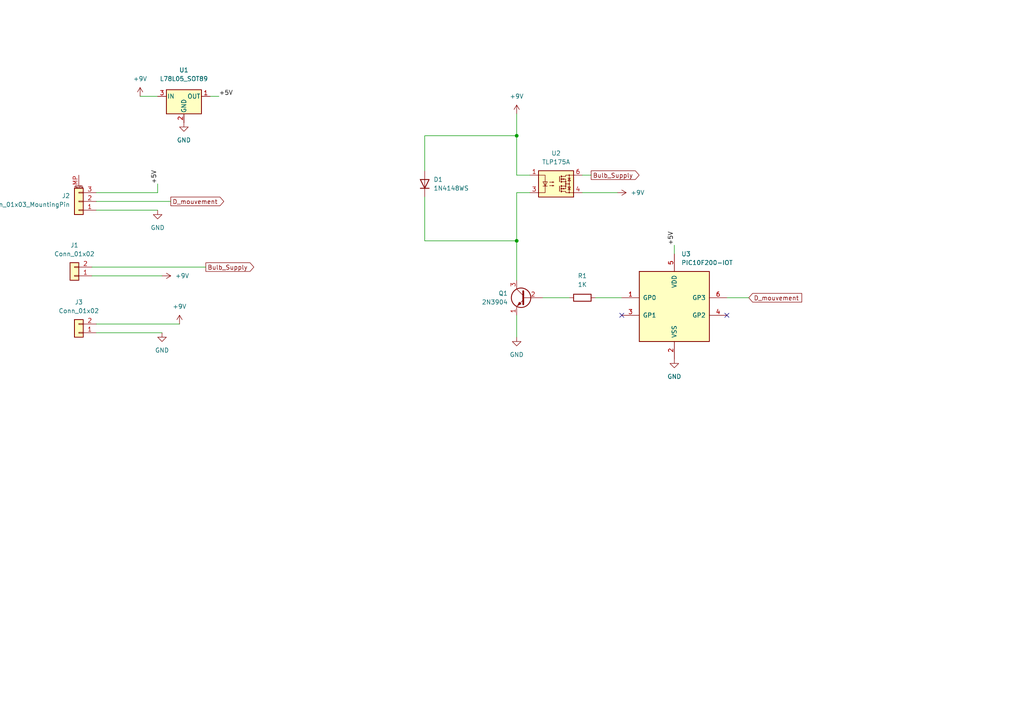
<source format=kicad_sch>
(kicad_sch (version 20211123) (generator eeschema)

  (uuid fba77f88-b933-42de-b809-ef0793101bbb)

  (paper "A4")

  (lib_symbols
    (symbol "Connector_Generic:Conn_01x02" (pin_names (offset 1.016) hide) (in_bom yes) (on_board yes)
      (property "Reference" "J" (id 0) (at 0 2.54 0)
        (effects (font (size 1.27 1.27)))
      )
      (property "Value" "Conn_01x02" (id 1) (at 0 -5.08 0)
        (effects (font (size 1.27 1.27)))
      )
      (property "Footprint" "" (id 2) (at 0 0 0)
        (effects (font (size 1.27 1.27)) hide)
      )
      (property "Datasheet" "~" (id 3) (at 0 0 0)
        (effects (font (size 1.27 1.27)) hide)
      )
      (property "ki_keywords" "connector" (id 4) (at 0 0 0)
        (effects (font (size 1.27 1.27)) hide)
      )
      (property "ki_description" "Generic connector, single row, 01x02, script generated (kicad-library-utils/schlib/autogen/connector/)" (id 5) (at 0 0 0)
        (effects (font (size 1.27 1.27)) hide)
      )
      (property "ki_fp_filters" "Connector*:*_1x??_*" (id 6) (at 0 0 0)
        (effects (font (size 1.27 1.27)) hide)
      )
      (symbol "Conn_01x02_1_1"
        (rectangle (start -1.27 -2.413) (end 0 -2.667)
          (stroke (width 0.1524) (type default) (color 0 0 0 0))
          (fill (type none))
        )
        (rectangle (start -1.27 0.127) (end 0 -0.127)
          (stroke (width 0.1524) (type default) (color 0 0 0 0))
          (fill (type none))
        )
        (rectangle (start -1.27 1.27) (end 1.27 -3.81)
          (stroke (width 0.254) (type default) (color 0 0 0 0))
          (fill (type background))
        )
        (pin passive line (at -5.08 0 0) (length 3.81)
          (name "Pin_1" (effects (font (size 1.27 1.27))))
          (number "1" (effects (font (size 1.27 1.27))))
        )
        (pin passive line (at -5.08 -2.54 0) (length 3.81)
          (name "Pin_2" (effects (font (size 1.27 1.27))))
          (number "2" (effects (font (size 1.27 1.27))))
        )
      )
    )
    (symbol "Connector_Generic_MountingPin:Conn_01x03_MountingPin" (pin_names (offset 1.016) hide) (in_bom yes) (on_board yes)
      (property "Reference" "J" (id 0) (at 0 5.08 0)
        (effects (font (size 1.27 1.27)))
      )
      (property "Value" "Conn_01x03_MountingPin" (id 1) (at 1.27 -5.08 0)
        (effects (font (size 1.27 1.27)) (justify left))
      )
      (property "Footprint" "" (id 2) (at 0 0 0)
        (effects (font (size 1.27 1.27)) hide)
      )
      (property "Datasheet" "~" (id 3) (at 0 0 0)
        (effects (font (size 1.27 1.27)) hide)
      )
      (property "ki_keywords" "connector" (id 4) (at 0 0 0)
        (effects (font (size 1.27 1.27)) hide)
      )
      (property "ki_description" "Generic connectable mounting pin connector, single row, 01x03, script generated (kicad-library-utils/schlib/autogen/connector/)" (id 5) (at 0 0 0)
        (effects (font (size 1.27 1.27)) hide)
      )
      (property "ki_fp_filters" "Connector*:*_1x??-1MP*" (id 6) (at 0 0 0)
        (effects (font (size 1.27 1.27)) hide)
      )
      (symbol "Conn_01x03_MountingPin_1_1"
        (rectangle (start -1.27 -2.413) (end 0 -2.667)
          (stroke (width 0.1524) (type default) (color 0 0 0 0))
          (fill (type none))
        )
        (rectangle (start -1.27 0.127) (end 0 -0.127)
          (stroke (width 0.1524) (type default) (color 0 0 0 0))
          (fill (type none))
        )
        (rectangle (start -1.27 2.667) (end 0 2.413)
          (stroke (width 0.1524) (type default) (color 0 0 0 0))
          (fill (type none))
        )
        (rectangle (start -1.27 3.81) (end 1.27 -3.81)
          (stroke (width 0.254) (type default) (color 0 0 0 0))
          (fill (type background))
        )
        (polyline
          (pts
            (xy -1.016 -4.572)
            (xy 1.016 -4.572)
          )
          (stroke (width 0.1524) (type default) (color 0 0 0 0))
          (fill (type none))
        )
        (text "Mounting" (at 0 -4.191 0)
          (effects (font (size 0.381 0.381)))
        )
        (pin passive line (at -5.08 2.54 0) (length 3.81)
          (name "Pin_1" (effects (font (size 1.27 1.27))))
          (number "1" (effects (font (size 1.27 1.27))))
        )
        (pin passive line (at -5.08 0 0) (length 3.81)
          (name "Pin_2" (effects (font (size 1.27 1.27))))
          (number "2" (effects (font (size 1.27 1.27))))
        )
        (pin passive line (at -5.08 -2.54 0) (length 3.81)
          (name "Pin_3" (effects (font (size 1.27 1.27))))
          (number "3" (effects (font (size 1.27 1.27))))
        )
        (pin passive line (at 0 -7.62 90) (length 3.048)
          (name "MountPin" (effects (font (size 1.27 1.27))))
          (number "MP" (effects (font (size 1.27 1.27))))
        )
      )
    )
    (symbol "Device:R" (pin_numbers hide) (pin_names (offset 0)) (in_bom yes) (on_board yes)
      (property "Reference" "R" (id 0) (at 2.032 0 90)
        (effects (font (size 1.27 1.27)))
      )
      (property "Value" "R" (id 1) (at 0 0 90)
        (effects (font (size 1.27 1.27)))
      )
      (property "Footprint" "" (id 2) (at -1.778 0 90)
        (effects (font (size 1.27 1.27)) hide)
      )
      (property "Datasheet" "~" (id 3) (at 0 0 0)
        (effects (font (size 1.27 1.27)) hide)
      )
      (property "ki_keywords" "R res resistor" (id 4) (at 0 0 0)
        (effects (font (size 1.27 1.27)) hide)
      )
      (property "ki_description" "Resistor" (id 5) (at 0 0 0)
        (effects (font (size 1.27 1.27)) hide)
      )
      (property "ki_fp_filters" "R_*" (id 6) (at 0 0 0)
        (effects (font (size 1.27 1.27)) hide)
      )
      (symbol "R_0_1"
        (rectangle (start -1.016 -2.54) (end 1.016 2.54)
          (stroke (width 0.254) (type default) (color 0 0 0 0))
          (fill (type none))
        )
      )
      (symbol "R_1_1"
        (pin passive line (at 0 3.81 270) (length 1.27)
          (name "~" (effects (font (size 1.27 1.27))))
          (number "1" (effects (font (size 1.27 1.27))))
        )
        (pin passive line (at 0 -3.81 90) (length 1.27)
          (name "~" (effects (font (size 1.27 1.27))))
          (number "2" (effects (font (size 1.27 1.27))))
        )
      )
    )
    (symbol "Diode:1N4148WS" (pin_numbers hide) (pin_names hide) (in_bom yes) (on_board yes)
      (property "Reference" "D" (id 0) (at 0 2.54 0)
        (effects (font (size 1.27 1.27)))
      )
      (property "Value" "1N4148WS" (id 1) (at 0 -2.54 0)
        (effects (font (size 1.27 1.27)))
      )
      (property "Footprint" "Diode_SMD:D_SOD-323" (id 2) (at 0 -4.445 0)
        (effects (font (size 1.27 1.27)) hide)
      )
      (property "Datasheet" "https://www.vishay.com/docs/85751/1n4148ws.pdf" (id 3) (at 0 0 0)
        (effects (font (size 1.27 1.27)) hide)
      )
      (property "ki_keywords" "diode" (id 4) (at 0 0 0)
        (effects (font (size 1.27 1.27)) hide)
      )
      (property "ki_description" "75V 0.15A Fast switching Diode, SOD-323" (id 5) (at 0 0 0)
        (effects (font (size 1.27 1.27)) hide)
      )
      (property "ki_fp_filters" "D*SOD?323*" (id 6) (at 0 0 0)
        (effects (font (size 1.27 1.27)) hide)
      )
      (symbol "1N4148WS_0_1"
        (polyline
          (pts
            (xy -1.27 1.27)
            (xy -1.27 -1.27)
          )
          (stroke (width 0.254) (type default) (color 0 0 0 0))
          (fill (type none))
        )
        (polyline
          (pts
            (xy 1.27 0)
            (xy -1.27 0)
          )
          (stroke (width 0) (type default) (color 0 0 0 0))
          (fill (type none))
        )
        (polyline
          (pts
            (xy 1.27 1.27)
            (xy 1.27 -1.27)
            (xy -1.27 0)
            (xy 1.27 1.27)
          )
          (stroke (width 0.254) (type default) (color 0 0 0 0))
          (fill (type none))
        )
      )
      (symbol "1N4148WS_1_1"
        (pin passive line (at -3.81 0 0) (length 2.54)
          (name "K" (effects (font (size 1.27 1.27))))
          (number "1" (effects (font (size 1.27 1.27))))
        )
        (pin passive line (at 3.81 0 180) (length 2.54)
          (name "A" (effects (font (size 1.27 1.27))))
          (number "2" (effects (font (size 1.27 1.27))))
        )
      )
    )
    (symbol "MCU_Microchip_PIC10:PIC10F200-IOT" (pin_names (offset 1.016)) (in_bom yes) (on_board yes)
      (property "Reference" "U" (id 0) (at 1.27 13.97 0)
        (effects (font (size 1.27 1.27)) (justify left))
      )
      (property "Value" "PIC10F200-IOT" (id 1) (at 1.27 11.43 0)
        (effects (font (size 1.27 1.27)) (justify left))
      )
      (property "Footprint" "Package_TO_SOT_SMD:SOT-23-6" (id 2) (at 1.27 16.51 0)
        (effects (font (size 1.27 1.27) italic) (justify left) hide)
      )
      (property "Datasheet" "http://ww1.microchip.com/downloads/en/DeviceDoc/41239D.pdf" (id 3) (at 0 0 0)
        (effects (font (size 1.27 1.27)) hide)
      )
      (property "ki_keywords" "FLASH 8-Bit CMOS Microcontroller" (id 4) (at 0 0 0)
        (effects (font (size 1.27 1.27)) hide)
      )
      (property "ki_description" "256W Flash, 16B SRAM, SOT-23-6" (id 5) (at 0 0 0)
        (effects (font (size 1.27 1.27)) hide)
      )
      (property "ki_fp_filters" "SOT*23*6*" (id 6) (at 0 0 0)
        (effects (font (size 1.27 1.27)) hide)
      )
      (symbol "PIC10F200-IOT_0_1"
        (rectangle (start -10.16 10.16) (end 10.16 -10.16)
          (stroke (width 0.254) (type default) (color 0 0 0 0))
          (fill (type background))
        )
      )
      (symbol "PIC10F200-IOT_1_1"
        (pin bidirectional line (at -15.24 2.54 0) (length 5.08)
          (name "GP0" (effects (font (size 1.27 1.27))))
          (number "1" (effects (font (size 1.27 1.27))))
        )
        (pin power_in line (at 0 -15.24 90) (length 5.08)
          (name "VSS" (effects (font (size 1.27 1.27))))
          (number "2" (effects (font (size 1.27 1.27))))
        )
        (pin bidirectional line (at -15.24 -2.54 0) (length 5.08)
          (name "GP1" (effects (font (size 1.27 1.27))))
          (number "3" (effects (font (size 1.27 1.27))))
        )
        (pin bidirectional line (at 15.24 -2.54 180) (length 5.08)
          (name "GP2" (effects (font (size 1.27 1.27))))
          (number "4" (effects (font (size 1.27 1.27))))
        )
        (pin power_in line (at 0 15.24 270) (length 5.08)
          (name "VDD" (effects (font (size 1.27 1.27))))
          (number "5" (effects (font (size 1.27 1.27))))
        )
        (pin input line (at 15.24 2.54 180) (length 5.08)
          (name "GP3" (effects (font (size 1.27 1.27))))
          (number "6" (effects (font (size 1.27 1.27))))
        )
      )
    )
    (symbol "Regulator_Linear:L78L05_SOT89" (pin_names (offset 0.254)) (in_bom yes) (on_board yes)
      (property "Reference" "U" (id 0) (at -3.81 3.175 0)
        (effects (font (size 1.27 1.27)))
      )
      (property "Value" "L78L05_SOT89" (id 1) (at -0.635 3.175 0)
        (effects (font (size 1.27 1.27)) (justify left))
      )
      (property "Footprint" "Package_TO_SOT_SMD:SOT-89-3" (id 2) (at 0 5.08 0)
        (effects (font (size 1.27 1.27) italic) hide)
      )
      (property "Datasheet" "http://www.st.com/content/ccc/resource/technical/document/datasheet/15/55/e5/aa/23/5b/43/fd/CD00000446.pdf/files/CD00000446.pdf/jcr:content/translations/en.CD00000446.pdf" (id 3) (at 0 -1.27 0)
        (effects (font (size 1.27 1.27)) hide)
      )
      (property "ki_keywords" "Voltage Regulator 100mA Positive" (id 4) (at 0 0 0)
        (effects (font (size 1.27 1.27)) hide)
      )
      (property "ki_description" "Positive 100mA 30V Linear Regulator, Fixed Output 5V, SOT-89" (id 5) (at 0 0 0)
        (effects (font (size 1.27 1.27)) hide)
      )
      (property "ki_fp_filters" "SOT?89*" (id 6) (at 0 0 0)
        (effects (font (size 1.27 1.27)) hide)
      )
      (symbol "L78L05_SOT89_0_1"
        (rectangle (start -5.08 1.905) (end 5.08 -5.08)
          (stroke (width 0.254) (type default) (color 0 0 0 0))
          (fill (type background))
        )
      )
      (symbol "L78L05_SOT89_1_1"
        (pin power_out line (at 7.62 0 180) (length 2.54)
          (name "OUT" (effects (font (size 1.27 1.27))))
          (number "1" (effects (font (size 1.27 1.27))))
        )
        (pin power_in line (at 0 -7.62 90) (length 2.54)
          (name "GND" (effects (font (size 1.27 1.27))))
          (number "2" (effects (font (size 1.27 1.27))))
        )
        (pin power_in line (at -7.62 0 0) (length 2.54)
          (name "IN" (effects (font (size 1.27 1.27))))
          (number "3" (effects (font (size 1.27 1.27))))
        )
      )
    )
    (symbol "Relay_SolidState:TLP175A" (in_bom yes) (on_board yes)
      (property "Reference" "U" (id 0) (at -5.08 4.953 0)
        (effects (font (size 1.27 1.27)) (justify left))
      )
      (property "Value" "TLP175A" (id 1) (at -5.08 -5.08 0)
        (effects (font (size 1.27 1.27)) (justify left))
      )
      (property "Footprint" "Package_SO:MFSOP6-4_4.4x3.6mm_P1.27mm" (id 2) (at 0 -7.62 0)
        (effects (font (size 1.27 1.27) italic) hide)
      )
      (property "Datasheet" "https://toshiba.semicon-storage.com/info/docget.jsp?did=13665&prodName=TLP175A" (id 3) (at 0 0 0)
        (effects (font (size 1.27 1.27)) (justify left) hide)
      )
      (property "ki_keywords" "MOSFET Output Photorelay 1-Form-A" (id 4) (at 0 0 0)
        (effects (font (size 1.27 1.27)) hide)
      )
      (property "ki_description" "MOSFET Photorelay 1-Form-A, Voff 60V, Ion 100mA, SOP6" (id 5) (at 0 0 0)
        (effects (font (size 1.27 1.27)) hide)
      )
      (property "ki_fp_filters" "MFSOP6*4.4x3.6mm*P1.27mm*" (id 6) (at 0 0 0)
        (effects (font (size 1.27 1.27)) hide)
      )
      (symbol "TLP175A_0_1"
        (rectangle (start -5.08 3.81) (end 5.08 -3.81)
          (stroke (width 0.254) (type default) (color 0 0 0 0))
          (fill (type background))
        )
        (polyline
          (pts
            (xy -3.81 -0.635)
            (xy -2.54 -0.635)
          )
          (stroke (width 0) (type default) (color 0 0 0 0))
          (fill (type none))
        )
        (polyline
          (pts
            (xy 1.016 -0.635)
            (xy 1.016 -2.159)
          )
          (stroke (width 0.2032) (type default) (color 0 0 0 0))
          (fill (type none))
        )
        (polyline
          (pts
            (xy 1.016 2.159)
            (xy 1.016 0.635)
          )
          (stroke (width 0.2032) (type default) (color 0 0 0 0))
          (fill (type none))
        )
        (polyline
          (pts
            (xy 1.524 -0.508)
            (xy 1.524 -0.762)
          )
          (stroke (width 0.3556) (type default) (color 0 0 0 0))
          (fill (type none))
        )
        (polyline
          (pts
            (xy 2.794 0)
            (xy 3.81 0)
          )
          (stroke (width 0) (type default) (color 0 0 0 0))
          (fill (type none))
        )
        (polyline
          (pts
            (xy 3.429 -1.651)
            (xy 4.191 -1.651)
          )
          (stroke (width 0) (type default) (color 0 0 0 0))
          (fill (type none))
        )
        (polyline
          (pts
            (xy 3.429 1.651)
            (xy 4.191 1.651)
          )
          (stroke (width 0) (type default) (color 0 0 0 0))
          (fill (type none))
        )
        (polyline
          (pts
            (xy 3.81 -2.54)
            (xy 3.81 2.54)
          )
          (stroke (width 0) (type default) (color 0 0 0 0))
          (fill (type none))
        )
        (polyline
          (pts
            (xy 1.524 -2.032)
            (xy 1.524 -2.286)
            (xy 1.524 -2.286)
          )
          (stroke (width 0.3556) (type default) (color 0 0 0 0))
          (fill (type none))
        )
        (polyline
          (pts
            (xy 1.524 -1.27)
            (xy 1.524 -1.524)
            (xy 1.524 -1.524)
          )
          (stroke (width 0.3556) (type default) (color 0 0 0 0))
          (fill (type none))
        )
        (polyline
          (pts
            (xy 1.524 0.762)
            (xy 1.524 0.508)
            (xy 1.524 0.508)
          )
          (stroke (width 0.3556) (type default) (color 0 0 0 0))
          (fill (type none))
        )
        (polyline
          (pts
            (xy 1.524 1.524)
            (xy 1.524 1.27)
            (xy 1.524 1.27)
          )
          (stroke (width 0.3556) (type default) (color 0 0 0 0))
          (fill (type none))
        )
        (polyline
          (pts
            (xy 1.524 2.286)
            (xy 1.524 2.032)
            (xy 1.524 2.032)
          )
          (stroke (width 0.3556) (type default) (color 0 0 0 0))
          (fill (type none))
        )
        (polyline
          (pts
            (xy 1.651 -1.397)
            (xy 2.794 -1.397)
            (xy 2.794 -0.635)
          )
          (stroke (width 0) (type default) (color 0 0 0 0))
          (fill (type none))
        )
        (polyline
          (pts
            (xy 1.651 1.397)
            (xy 2.794 1.397)
            (xy 2.794 0.635)
          )
          (stroke (width 0) (type default) (color 0 0 0 0))
          (fill (type none))
        )
        (polyline
          (pts
            (xy -5.08 2.54)
            (xy -3.175 2.54)
            (xy -3.175 -2.54)
            (xy -5.08 -2.54)
          )
          (stroke (width 0) (type default) (color 0 0 0 0))
          (fill (type none))
        )
        (polyline
          (pts
            (xy -3.175 -0.635)
            (xy -3.81 0.635)
            (xy -2.54 0.635)
            (xy -3.175 -0.635)
          )
          (stroke (width 0) (type default) (color 0 0 0 0))
          (fill (type none))
        )
        (polyline
          (pts
            (xy 1.651 -2.159)
            (xy 2.794 -2.159)
            (xy 2.794 -2.54)
            (xy 5.08 -2.54)
          )
          (stroke (width 0) (type default) (color 0 0 0 0))
          (fill (type none))
        )
        (polyline
          (pts
            (xy 1.651 -0.635)
            (xy 2.794 -0.635)
            (xy 2.794 0.635)
            (xy 1.651 0.635)
          )
          (stroke (width 0) (type default) (color 0 0 0 0))
          (fill (type none))
        )
        (polyline
          (pts
            (xy 1.651 2.159)
            (xy 2.794 2.159)
            (xy 2.794 2.54)
            (xy 5.08 2.54)
          )
          (stroke (width 0) (type default) (color 0 0 0 0))
          (fill (type none))
        )
        (polyline
          (pts
            (xy 1.778 -1.397)
            (xy 2.286 -1.27)
            (xy 2.286 -1.524)
            (xy 1.778 -1.397)
          )
          (stroke (width 0) (type default) (color 0 0 0 0))
          (fill (type none))
        )
        (polyline
          (pts
            (xy 1.778 1.397)
            (xy 2.286 1.524)
            (xy 2.286 1.27)
            (xy 1.778 1.397)
          )
          (stroke (width 0) (type default) (color 0 0 0 0))
          (fill (type none))
        )
        (polyline
          (pts
            (xy 3.81 -1.651)
            (xy 3.429 -0.889)
            (xy 4.191 -0.889)
            (xy 3.81 -1.651)
          )
          (stroke (width 0) (type default) (color 0 0 0 0))
          (fill (type none))
        )
        (polyline
          (pts
            (xy 3.81 1.651)
            (xy 3.429 0.889)
            (xy 4.191 0.889)
            (xy 3.81 1.651)
          )
          (stroke (width 0) (type default) (color 0 0 0 0))
          (fill (type none))
        )
        (polyline
          (pts
            (xy -1.905 -0.508)
            (xy -0.635 -0.508)
            (xy -1.016 -0.635)
            (xy -1.016 -0.381)
            (xy -0.635 -0.508)
          )
          (stroke (width 0) (type default) (color 0 0 0 0))
          (fill (type none))
        )
        (polyline
          (pts
            (xy -1.905 0.508)
            (xy -0.635 0.508)
            (xy -1.016 0.381)
            (xy -1.016 0.635)
            (xy -0.635 0.508)
          )
          (stroke (width 0) (type default) (color 0 0 0 0))
          (fill (type none))
        )
        (circle (center 2.794 -0.635) (radius 0.127)
          (stroke (width 0) (type default) (color 0 0 0 0))
          (fill (type none))
        )
        (circle (center 2.794 0) (radius 0.127)
          (stroke (width 0) (type default) (color 0 0 0 0))
          (fill (type none))
        )
        (circle (center 2.794 0.635) (radius 0.127)
          (stroke (width 0) (type default) (color 0 0 0 0))
          (fill (type none))
        )
        (circle (center 3.81 -2.54) (radius 0.127)
          (stroke (width 0) (type default) (color 0 0 0 0))
          (fill (type none))
        )
        (circle (center 3.81 0) (radius 0.127)
          (stroke (width 0) (type default) (color 0 0 0 0))
          (fill (type none))
        )
        (circle (center 3.81 2.54) (radius 0.127)
          (stroke (width 0) (type default) (color 0 0 0 0))
          (fill (type none))
        )
      )
      (symbol "TLP175A_1_1"
        (pin passive line (at -7.62 2.54 0) (length 2.54)
          (name "~" (effects (font (size 1.27 1.27))))
          (number "1" (effects (font (size 1.27 1.27))))
        )
        (pin passive line (at -7.62 -2.54 0) (length 2.54)
          (name "~" (effects (font (size 1.27 1.27))))
          (number "3" (effects (font (size 1.27 1.27))))
        )
        (pin passive line (at 7.62 -2.54 180) (length 2.54)
          (name "~" (effects (font (size 1.27 1.27))))
          (number "4" (effects (font (size 1.27 1.27))))
        )
        (pin passive line (at 7.62 2.54 180) (length 2.54)
          (name "~" (effects (font (size 1.27 1.27))))
          (number "6" (effects (font (size 1.27 1.27))))
        )
      )
    )
    (symbol "Transistor_BJT:2N3904" (pin_names (offset 0) hide) (in_bom yes) (on_board yes)
      (property "Reference" "Q" (id 0) (at 5.08 1.905 0)
        (effects (font (size 1.27 1.27)) (justify left))
      )
      (property "Value" "2N3904" (id 1) (at 5.08 0 0)
        (effects (font (size 1.27 1.27)) (justify left))
      )
      (property "Footprint" "Package_TO_SOT_THT:TO-92_Inline" (id 2) (at 5.08 -1.905 0)
        (effects (font (size 1.27 1.27) italic) (justify left) hide)
      )
      (property "Datasheet" "https://www.onsemi.com/pub/Collateral/2N3903-D.PDF" (id 3) (at 0 0 0)
        (effects (font (size 1.27 1.27)) (justify left) hide)
      )
      (property "ki_keywords" "NPN Transistor" (id 4) (at 0 0 0)
        (effects (font (size 1.27 1.27)) hide)
      )
      (property "ki_description" "0.2A Ic, 40V Vce, Small Signal NPN Transistor, TO-92" (id 5) (at 0 0 0)
        (effects (font (size 1.27 1.27)) hide)
      )
      (property "ki_fp_filters" "TO?92*" (id 6) (at 0 0 0)
        (effects (font (size 1.27 1.27)) hide)
      )
      (symbol "2N3904_0_1"
        (polyline
          (pts
            (xy 0.635 0.635)
            (xy 2.54 2.54)
          )
          (stroke (width 0) (type default) (color 0 0 0 0))
          (fill (type none))
        )
        (polyline
          (pts
            (xy 0.635 -0.635)
            (xy 2.54 -2.54)
            (xy 2.54 -2.54)
          )
          (stroke (width 0) (type default) (color 0 0 0 0))
          (fill (type none))
        )
        (polyline
          (pts
            (xy 0.635 1.905)
            (xy 0.635 -1.905)
            (xy 0.635 -1.905)
          )
          (stroke (width 0.508) (type default) (color 0 0 0 0))
          (fill (type none))
        )
        (polyline
          (pts
            (xy 1.27 -1.778)
            (xy 1.778 -1.27)
            (xy 2.286 -2.286)
            (xy 1.27 -1.778)
            (xy 1.27 -1.778)
          )
          (stroke (width 0) (type default) (color 0 0 0 0))
          (fill (type outline))
        )
        (circle (center 1.27 0) (radius 2.8194)
          (stroke (width 0.254) (type default) (color 0 0 0 0))
          (fill (type none))
        )
      )
      (symbol "2N3904_1_1"
        (pin passive line (at 2.54 -5.08 90) (length 2.54)
          (name "E" (effects (font (size 1.27 1.27))))
          (number "1" (effects (font (size 1.27 1.27))))
        )
        (pin passive line (at -5.08 0 0) (length 5.715)
          (name "B" (effects (font (size 1.27 1.27))))
          (number "2" (effects (font (size 1.27 1.27))))
        )
        (pin passive line (at 2.54 5.08 270) (length 2.54)
          (name "C" (effects (font (size 1.27 1.27))))
          (number "3" (effects (font (size 1.27 1.27))))
        )
      )
    )
    (symbol "power:+9V" (power) (pin_names (offset 0)) (in_bom yes) (on_board yes)
      (property "Reference" "#PWR" (id 0) (at 0 -3.81 0)
        (effects (font (size 1.27 1.27)) hide)
      )
      (property "Value" "+9V" (id 1) (at 0 3.556 0)
        (effects (font (size 1.27 1.27)))
      )
      (property "Footprint" "" (id 2) (at 0 0 0)
        (effects (font (size 1.27 1.27)) hide)
      )
      (property "Datasheet" "" (id 3) (at 0 0 0)
        (effects (font (size 1.27 1.27)) hide)
      )
      (property "ki_keywords" "power-flag" (id 4) (at 0 0 0)
        (effects (font (size 1.27 1.27)) hide)
      )
      (property "ki_description" "Power symbol creates a global label with name \"+9V\"" (id 5) (at 0 0 0)
        (effects (font (size 1.27 1.27)) hide)
      )
      (symbol "+9V_0_1"
        (polyline
          (pts
            (xy -0.762 1.27)
            (xy 0 2.54)
          )
          (stroke (width 0) (type default) (color 0 0 0 0))
          (fill (type none))
        )
        (polyline
          (pts
            (xy 0 0)
            (xy 0 2.54)
          )
          (stroke (width 0) (type default) (color 0 0 0 0))
          (fill (type none))
        )
        (polyline
          (pts
            (xy 0 2.54)
            (xy 0.762 1.27)
          )
          (stroke (width 0) (type default) (color 0 0 0 0))
          (fill (type none))
        )
      )
      (symbol "+9V_1_1"
        (pin power_in line (at 0 0 90) (length 0) hide
          (name "+9V" (effects (font (size 1.27 1.27))))
          (number "1" (effects (font (size 1.27 1.27))))
        )
      )
    )
    (symbol "power:GND" (power) (pin_names (offset 0)) (in_bom yes) (on_board yes)
      (property "Reference" "#PWR" (id 0) (at 0 -6.35 0)
        (effects (font (size 1.27 1.27)) hide)
      )
      (property "Value" "GND" (id 1) (at 0 -3.81 0)
        (effects (font (size 1.27 1.27)))
      )
      (property "Footprint" "" (id 2) (at 0 0 0)
        (effects (font (size 1.27 1.27)) hide)
      )
      (property "Datasheet" "" (id 3) (at 0 0 0)
        (effects (font (size 1.27 1.27)) hide)
      )
      (property "ki_keywords" "power-flag" (id 4) (at 0 0 0)
        (effects (font (size 1.27 1.27)) hide)
      )
      (property "ki_description" "Power symbol creates a global label with name \"GND\" , ground" (id 5) (at 0 0 0)
        (effects (font (size 1.27 1.27)) hide)
      )
      (symbol "GND_0_1"
        (polyline
          (pts
            (xy 0 0)
            (xy 0 -1.27)
            (xy 1.27 -1.27)
            (xy 0 -2.54)
            (xy -1.27 -1.27)
            (xy 0 -1.27)
          )
          (stroke (width 0) (type default) (color 0 0 0 0))
          (fill (type none))
        )
      )
      (symbol "GND_1_1"
        (pin power_in line (at 0 0 270) (length 0) hide
          (name "GND" (effects (font (size 1.27 1.27))))
          (number "1" (effects (font (size 1.27 1.27))))
        )
      )
    )
  )

  (junction (at 149.86 69.85) (diameter 0) (color 0 0 0 0)
    (uuid 2fb87eff-8869-4783-88c7-2f31cf1c1c75)
  )
  (junction (at 149.86 39.37) (diameter 0) (color 0 0 0 0)
    (uuid 517e4b97-b066-4833-860d-1902599b075d)
  )

  (no_connect (at 210.82 91.44) (uuid 71ca0db6-848b-448b-8e1c-336d0c4d8cab))
  (no_connect (at 180.34 91.44) (uuid 71ca0db6-848b-448b-8e1c-336d0c4d8cab))

  (wire (pts (xy 149.86 91.44) (xy 149.86 97.79))
    (stroke (width 0) (type default) (color 0 0 0 0))
    (uuid 03ea19a7-116f-4eef-af84-c32c9fedea1b)
  )
  (wire (pts (xy 153.67 50.8) (xy 149.86 50.8))
    (stroke (width 0) (type default) (color 0 0 0 0))
    (uuid 0cf5714a-b1e9-4965-a92b-9c2a827d3408)
  )
  (wire (pts (xy 123.19 39.37) (xy 149.86 39.37))
    (stroke (width 0) (type default) (color 0 0 0 0))
    (uuid 20ff9b00-30c1-4ddd-8716-bcfb1ef006d0)
  )
  (wire (pts (xy 157.48 86.36) (xy 165.1 86.36))
    (stroke (width 0) (type default) (color 0 0 0 0))
    (uuid 36dbae11-6b13-4406-b21f-1eb6ad9c6ff6)
  )
  (wire (pts (xy 27.94 60.96) (xy 45.72 60.96))
    (stroke (width 0) (type default) (color 0 0 0 0))
    (uuid 4839bff9-1255-4795-9ce3-02be675a901d)
  )
  (wire (pts (xy 168.91 50.8) (xy 171.45 50.8))
    (stroke (width 0) (type default) (color 0 0 0 0))
    (uuid 4881b5f2-e8cc-437f-b88f-1b9367a8c0a0)
  )
  (wire (pts (xy 195.58 73.66) (xy 195.58 71.12))
    (stroke (width 0) (type default) (color 0 0 0 0))
    (uuid 4d38ea01-58d9-40cf-b2aa-6497b25dcbaa)
  )
  (wire (pts (xy 27.94 55.88) (xy 45.72 55.88))
    (stroke (width 0) (type default) (color 0 0 0 0))
    (uuid 7fcd8ea5-e1a2-46b6-ab7c-45c37e26969d)
  )
  (wire (pts (xy 149.86 33.02) (xy 149.86 39.37))
    (stroke (width 0) (type default) (color 0 0 0 0))
    (uuid 8c724c71-3091-4da7-91a2-1ce916a28a02)
  )
  (wire (pts (xy 27.94 58.42) (xy 49.53 58.42))
    (stroke (width 0) (type default) (color 0 0 0 0))
    (uuid 8ca52ce1-b2cd-4ab2-9e24-c8c78d025579)
  )
  (wire (pts (xy 149.86 55.88) (xy 149.86 69.85))
    (stroke (width 0) (type default) (color 0 0 0 0))
    (uuid 8d6ce17e-6fd1-4368-97ba-f4bb2ba71e4e)
  )
  (wire (pts (xy 149.86 69.85) (xy 123.19 69.85))
    (stroke (width 0) (type default) (color 0 0 0 0))
    (uuid 932f0028-c87f-449f-9777-9c3ed7c6a88c)
  )
  (wire (pts (xy 172.72 86.36) (xy 180.34 86.36))
    (stroke (width 0) (type default) (color 0 0 0 0))
    (uuid 9c9fe5ff-f948-4c44-8f4f-5a3d106f480d)
  )
  (wire (pts (xy 40.64 27.94) (xy 45.72 27.94))
    (stroke (width 0) (type default) (color 0 0 0 0))
    (uuid a3bda169-5774-4fc5-8eab-3dd58e612fbf)
  )
  (wire (pts (xy 26.67 77.47) (xy 59.69 77.47))
    (stroke (width 0) (type default) (color 0 0 0 0))
    (uuid a9a833e7-e06e-49b5-a59c-b48847dc77aa)
  )
  (wire (pts (xy 60.96 27.94) (xy 63.5 27.94))
    (stroke (width 0) (type default) (color 0 0 0 0))
    (uuid b188c9e3-791c-4e5e-8874-fefef1e4d803)
  )
  (wire (pts (xy 45.72 55.88) (xy 45.72 53.34))
    (stroke (width 0) (type default) (color 0 0 0 0))
    (uuid b5bc9f67-eca2-48eb-a29e-4a53ae54cda0)
  )
  (wire (pts (xy 123.19 49.53) (xy 123.19 39.37))
    (stroke (width 0) (type default) (color 0 0 0 0))
    (uuid ba54ce62-c61b-459e-addb-8a02930c05b8)
  )
  (wire (pts (xy 210.82 86.36) (xy 217.17 86.36))
    (stroke (width 0) (type default) (color 0 0 0 0))
    (uuid bbe3f606-3e40-4dee-b70a-60e12424cf23)
  )
  (wire (pts (xy 27.94 93.98) (xy 52.07 93.98))
    (stroke (width 0) (type default) (color 0 0 0 0))
    (uuid bd339fe6-d0df-4fdc-8453-e0b45717e2b6)
  )
  (wire (pts (xy 149.86 39.37) (xy 149.86 50.8))
    (stroke (width 0) (type default) (color 0 0 0 0))
    (uuid d138d001-8aee-4ab8-87ec-9bf7bac495a3)
  )
  (wire (pts (xy 149.86 69.85) (xy 149.86 81.28))
    (stroke (width 0) (type default) (color 0 0 0 0))
    (uuid d23b3c87-de28-4062-b09c-d82ddc5bccde)
  )
  (wire (pts (xy 26.67 80.01) (xy 46.99 80.01))
    (stroke (width 0) (type default) (color 0 0 0 0))
    (uuid df6392e4-dc43-4d04-a755-a7374514bdad)
  )
  (wire (pts (xy 153.67 55.88) (xy 149.86 55.88))
    (stroke (width 0) (type default) (color 0 0 0 0))
    (uuid e0c10891-a4ab-4376-8f84-fab59bf07ce6)
  )
  (wire (pts (xy 168.91 55.88) (xy 179.07 55.88))
    (stroke (width 0) (type default) (color 0 0 0 0))
    (uuid f66178d2-fb4d-4c46-a270-00be4ba49f18)
  )
  (wire (pts (xy 123.19 69.85) (xy 123.19 57.15))
    (stroke (width 0) (type default) (color 0 0 0 0))
    (uuid f7961605-ed3f-43b8-ac1c-46121857a26c)
  )
  (wire (pts (xy 27.94 96.52) (xy 46.99 96.52))
    (stroke (width 0) (type default) (color 0 0 0 0))
    (uuid fc577d52-ad8a-4b03-849f-e8de6da67ae9)
  )

  (label "+5V" (at 195.58 71.12 90)
    (effects (font (size 1.27 1.27)) (justify left bottom))
    (uuid 47ee4757-77c5-4af4-b793-7c5bae8ce6d1)
  )
  (label "+5V" (at 45.72 53.34 90)
    (effects (font (size 1.27 1.27)) (justify left bottom))
    (uuid 8d9f48e5-48d2-446c-a0ac-9e069763deff)
  )
  (label "+5V" (at 63.5 27.94 0)
    (effects (font (size 1.27 1.27)) (justify left bottom))
    (uuid 976932af-b82b-45b8-809c-b3d8f71bc8cb)
  )

  (global_label "D_mouvement" (shape output) (at 49.53 58.42 0) (fields_autoplaced)
    (effects (font (size 1.27 1.27)) (justify left))
    (uuid 43ef339a-b680-42e5-9aa9-1edc213ca1fb)
    (property "Intersheet References" "${INTERSHEET_REFS}" (id 0) (at 64.885 58.3406 0)
      (effects (font (size 1.27 1.27)) (justify left) hide)
    )
  )
  (global_label "D_mouvement" (shape input) (at 217.17 86.36 0) (fields_autoplaced)
    (effects (font (size 1.27 1.27)) (justify left))
    (uuid 6e50a29e-3208-4527-9a95-5add750a114c)
    (property "Intersheet References" "${INTERSHEET_REFS}" (id 0) (at 232.525 86.2806 0)
      (effects (font (size 1.27 1.27)) (justify left) hide)
    )
  )
  (global_label "Bulb_Supply" (shape output) (at 59.69 77.47 0) (fields_autoplaced)
    (effects (font (size 1.27 1.27)) (justify left))
    (uuid 94f91449-4bd7-462c-8a5d-ac542013ffb1)
    (property "Intersheet References" "${INTERSHEET_REFS}" (id 0) (at 73.5936 77.3906 0)
      (effects (font (size 1.27 1.27)) (justify left) hide)
    )
  )
  (global_label "Bulb_Supply" (shape output) (at 171.45 50.8 0) (fields_autoplaced)
    (effects (font (size 1.27 1.27)) (justify left))
    (uuid d1c28c05-2316-4500-a97f-33dde41a8fe2)
    (property "Intersheet References" "${INTERSHEET_REFS}" (id 0) (at 185.3536 50.7206 0)
      (effects (font (size 1.27 1.27)) (justify left) hide)
    )
  )

  (symbol (lib_id "Diode:1N4148WS") (at 123.19 53.34 90) (unit 1)
    (in_bom yes) (on_board yes) (fields_autoplaced)
    (uuid 165e05b4-90dc-4451-be5c-4516f75dd194)
    (property "Reference" "D1" (id 0) (at 125.73 52.0699 90)
      (effects (font (size 1.27 1.27)) (justify right))
    )
    (property "Value" "1N4148WS" (id 1) (at 125.73 54.6099 90)
      (effects (font (size 1.27 1.27)) (justify right))
    )
    (property "Footprint" "Diode_SMD:D_SOD-323" (id 2) (at 127.635 53.34 0)
      (effects (font (size 1.27 1.27)) hide)
    )
    (property "Datasheet" "https://www.vishay.com/docs/85751/1n4148ws.pdf" (id 3) (at 123.19 53.34 0)
      (effects (font (size 1.27 1.27)) hide)
    )
    (pin "1" (uuid ef65f8bb-3fe0-4069-94bf-1cc0b9dc32f6))
    (pin "2" (uuid 937bbefa-de60-413e-adf8-bbbb0a230800))
  )

  (symbol (lib_id "power:GND") (at 53.34 35.56 0) (unit 1)
    (in_bom yes) (on_board yes) (fields_autoplaced)
    (uuid 1e03886a-dda8-4671-a896-326f79adbc05)
    (property "Reference" "#PWR06" (id 0) (at 53.34 41.91 0)
      (effects (font (size 1.27 1.27)) hide)
    )
    (property "Value" "GND" (id 1) (at 53.34 40.64 0))
    (property "Footprint" "" (id 2) (at 53.34 35.56 0)
      (effects (font (size 1.27 1.27)) hide)
    )
    (property "Datasheet" "" (id 3) (at 53.34 35.56 0)
      (effects (font (size 1.27 1.27)) hide)
    )
    (pin "1" (uuid 5e350ada-f9ef-4b6c-bd8a-f078c49b214b))
  )

  (symbol (lib_id "MCU_Microchip_PIC10:PIC10F200-IOT") (at 195.58 88.9 0) (unit 1)
    (in_bom yes) (on_board yes) (fields_autoplaced)
    (uuid 3faaa85b-deb3-4aca-9c7c-923acb4118f6)
    (property "Reference" "U3" (id 0) (at 197.5994 73.66 0)
      (effects (font (size 1.27 1.27)) (justify left))
    )
    (property "Value" "PIC10F200-IOT" (id 1) (at 197.5994 76.2 0)
      (effects (font (size 1.27 1.27)) (justify left))
    )
    (property "Footprint" "Package_TO_SOT_SMD:SOT-23-6" (id 2) (at 196.85 72.39 0)
      (effects (font (size 1.27 1.27) italic) (justify left) hide)
    )
    (property "Datasheet" "http://ww1.microchip.com/downloads/en/DeviceDoc/41239D.pdf" (id 3) (at 195.58 88.9 0)
      (effects (font (size 1.27 1.27)) hide)
    )
    (pin "1" (uuid 17728077-c068-4772-8ea9-3ea85432c655))
    (pin "2" (uuid 6958f399-420f-49c4-bd3f-939e2d37c3b0))
    (pin "3" (uuid 3d33ab57-56a3-4f99-afdf-0582c585166d))
    (pin "4" (uuid 577741c4-e845-46ff-affe-15dba9526001))
    (pin "5" (uuid ef6a1b2c-1486-449d-80ea-a84259366094))
    (pin "6" (uuid dd20666b-9fa1-4058-8d55-367e1a259737))
  )

  (symbol (lib_id "Transistor_BJT:2N3904") (at 152.4 86.36 0) (mirror y) (unit 1)
    (in_bom yes) (on_board yes) (fields_autoplaced)
    (uuid 41904d05-7311-4d5d-81ef-26ee8283bd72)
    (property "Reference" "Q1" (id 0) (at 147.32 85.0899 0)
      (effects (font (size 1.27 1.27)) (justify left))
    )
    (property "Value" "2N3904" (id 1) (at 147.32 87.6299 0)
      (effects (font (size 1.27 1.27)) (justify left))
    )
    (property "Footprint" "Potentiometer_SMD:Potentiometer_ACP_CA6-VSMD_Vertical" (id 2) (at 147.32 88.265 0)
      (effects (font (size 1.27 1.27) italic) (justify left) hide)
    )
    (property "Datasheet" "https://www.onsemi.com/pub/Collateral/2N3903-D.PDF" (id 3) (at 152.4 86.36 0)
      (effects (font (size 1.27 1.27)) (justify left) hide)
    )
    (pin "1" (uuid b875eb62-26ec-4fbb-93da-187f95781518))
    (pin "2" (uuid 7815efc5-9538-4287-9b56-73bf445b96f8))
    (pin "3" (uuid 0d36381d-8173-4e32-b081-0c19e5de14c9))
  )

  (symbol (lib_id "power:+9V") (at 40.64 27.94 0) (unit 1)
    (in_bom yes) (on_board yes) (fields_autoplaced)
    (uuid 6f6022bf-eef2-411a-bf64-b0cf77baf48f)
    (property "Reference" "#PWR01" (id 0) (at 40.64 31.75 0)
      (effects (font (size 1.27 1.27)) hide)
    )
    (property "Value" "+9V" (id 1) (at 40.64 22.86 0))
    (property "Footprint" "" (id 2) (at 40.64 27.94 0)
      (effects (font (size 1.27 1.27)) hide)
    )
    (property "Datasheet" "" (id 3) (at 40.64 27.94 0)
      (effects (font (size 1.27 1.27)) hide)
    )
    (pin "1" (uuid 754d5f22-474c-4892-a1a7-5b1e1f3f8c00))
  )

  (symbol (lib_id "power:+9V") (at 179.07 55.88 270) (unit 1)
    (in_bom yes) (on_board yes) (fields_autoplaced)
    (uuid 71cba0bb-a21f-49a9-bc51-45b3bdf21bc4)
    (property "Reference" "#PWR010" (id 0) (at 175.26 55.88 0)
      (effects (font (size 1.27 1.27)) hide)
    )
    (property "Value" "+9V" (id 1) (at 182.88 55.8799 90)
      (effects (font (size 1.27 1.27)) (justify left))
    )
    (property "Footprint" "" (id 2) (at 179.07 55.88 0)
      (effects (font (size 1.27 1.27)) hide)
    )
    (property "Datasheet" "" (id 3) (at 179.07 55.88 0)
      (effects (font (size 1.27 1.27)) hide)
    )
    (pin "1" (uuid 077268de-df0a-4f95-843a-7327759aa0f9))
  )

  (symbol (lib_id "Connector_Generic:Conn_01x02") (at 22.86 96.52 180) (unit 1)
    (in_bom yes) (on_board yes) (fields_autoplaced)
    (uuid 75b02359-d214-4e33-bf50-a0481e5003bd)
    (property "Reference" "J3" (id 0) (at 22.86 87.63 0))
    (property "Value" "Conn_01x02" (id 1) (at 22.86 90.17 0))
    (property "Footprint" "Connector_PinHeader_1.27mm:PinHeader_1x02_P1.27mm_Vertical" (id 2) (at 22.86 96.52 0)
      (effects (font (size 1.27 1.27)) hide)
    )
    (property "Datasheet" "~" (id 3) (at 22.86 96.52 0)
      (effects (font (size 1.27 1.27)) hide)
    )
    (pin "1" (uuid 7c308b98-bd2a-4edd-9e45-ad4e7c7c6aac))
    (pin "2" (uuid 299d13de-16a4-4a3e-abf2-4a5c3edb3066))
  )

  (symbol (lib_id "power:GND") (at 195.58 104.14 0) (unit 1)
    (in_bom yes) (on_board yes) (fields_autoplaced)
    (uuid 77fd4faa-b4d4-4cea-9add-ff1d03e9e588)
    (property "Reference" "#PWR011" (id 0) (at 195.58 110.49 0)
      (effects (font (size 1.27 1.27)) hide)
    )
    (property "Value" "GND" (id 1) (at 195.58 109.22 0))
    (property "Footprint" "" (id 2) (at 195.58 104.14 0)
      (effects (font (size 1.27 1.27)) hide)
    )
    (property "Datasheet" "" (id 3) (at 195.58 104.14 0)
      (effects (font (size 1.27 1.27)) hide)
    )
    (pin "1" (uuid 5b1f4717-8604-4b84-bd27-c7329212cb75))
  )

  (symbol (lib_id "Regulator_Linear:L78L05_SOT89") (at 53.34 27.94 0) (unit 1)
    (in_bom yes) (on_board yes) (fields_autoplaced)
    (uuid 780d8b01-52ca-49ee-835c-5b4b58b9c53e)
    (property "Reference" "U1" (id 0) (at 53.34 20.32 0))
    (property "Value" "L78L05_SOT89" (id 1) (at 53.34 22.86 0))
    (property "Footprint" "Package_TO_SOT_SMD:SOT-89-3" (id 2) (at 53.34 22.86 0)
      (effects (font (size 1.27 1.27) italic) hide)
    )
    (property "Datasheet" "http://www.st.com/content/ccc/resource/technical/document/datasheet/15/55/e5/aa/23/5b/43/fd/CD00000446.pdf/files/CD00000446.pdf/jcr:content/translations/en.CD00000446.pdf" (id 3) (at 53.34 29.21 0)
      (effects (font (size 1.27 1.27)) hide)
    )
    (pin "1" (uuid aa498c41-7908-4f69-ace9-37403f92ce91))
    (pin "2" (uuid e754c4c8-185f-4ddf-bb3a-8d6e01359af8))
    (pin "3" (uuid 9318c94d-ba52-42b9-9fa8-f8c82c3c642f))
  )

  (symbol (lib_id "power:+9V") (at 52.07 93.98 0) (unit 1)
    (in_bom yes) (on_board yes) (fields_autoplaced)
    (uuid 88a86f36-8183-48e7-be8a-78fce81f7aa9)
    (property "Reference" "#PWR05" (id 0) (at 52.07 97.79 0)
      (effects (font (size 1.27 1.27)) hide)
    )
    (property "Value" "+9V" (id 1) (at 52.07 88.9 0))
    (property "Footprint" "" (id 2) (at 52.07 93.98 0)
      (effects (font (size 1.27 1.27)) hide)
    )
    (property "Datasheet" "" (id 3) (at 52.07 93.98 0)
      (effects (font (size 1.27 1.27)) hide)
    )
    (pin "1" (uuid 2174fb98-3759-42c3-8904-840bbfae7e2d))
  )

  (symbol (lib_id "Connector_Generic_MountingPin:Conn_01x03_MountingPin") (at 22.86 58.42 180) (unit 1)
    (in_bom yes) (on_board yes) (fields_autoplaced)
    (uuid 8f0c484c-97a4-49fa-b047-f47c7c9c745b)
    (property "Reference" "J2" (id 0) (at 20.32 56.7943 0)
      (effects (font (size 1.27 1.27)) (justify left))
    )
    (property "Value" "Conn_01x03_MountingPin" (id 1) (at 20.32 59.3343 0)
      (effects (font (size 1.27 1.27)) (justify left))
    )
    (property "Footprint" "Connector_PinHeader_1.27mm:PinHeader_1x03_P1.27mm_Vertical" (id 2) (at 22.86 58.42 0)
      (effects (font (size 1.27 1.27)) hide)
    )
    (property "Datasheet" "~" (id 3) (at 22.86 58.42 0)
      (effects (font (size 1.27 1.27)) hide)
    )
    (pin "1" (uuid 8f6b2a2f-4a33-4007-ab79-c7e03fae6c36))
    (pin "2" (uuid 0374807a-b592-440f-b9bc-065de31d2d09))
    (pin "3" (uuid 992248a6-8bab-4a00-9db0-9a9b84b077fb))
    (pin "MP" (uuid 6c2578a3-8d1b-47bc-9619-d68d00dc14a5))
  )

  (symbol (lib_id "power:GND") (at 149.86 97.79 0) (unit 1)
    (in_bom yes) (on_board yes) (fields_autoplaced)
    (uuid a52ce691-e697-4467-b767-fa14f6d32da7)
    (property "Reference" "#PWR09" (id 0) (at 149.86 104.14 0)
      (effects (font (size 1.27 1.27)) hide)
    )
    (property "Value" "GND" (id 1) (at 149.86 102.87 0))
    (property "Footprint" "" (id 2) (at 149.86 97.79 0)
      (effects (font (size 1.27 1.27)) hide)
    )
    (property "Datasheet" "" (id 3) (at 149.86 97.79 0)
      (effects (font (size 1.27 1.27)) hide)
    )
    (pin "1" (uuid b24b1332-3a8c-473b-84cd-070e044b0d7c))
  )

  (symbol (lib_id "power:GND") (at 45.72 60.96 0) (unit 1)
    (in_bom yes) (on_board yes) (fields_autoplaced)
    (uuid aad26e84-9a22-4851-bf56-036136184a64)
    (property "Reference" "#PWR02" (id 0) (at 45.72 67.31 0)
      (effects (font (size 1.27 1.27)) hide)
    )
    (property "Value" "GND" (id 1) (at 45.72 66.04 0))
    (property "Footprint" "" (id 2) (at 45.72 60.96 0)
      (effects (font (size 1.27 1.27)) hide)
    )
    (property "Datasheet" "" (id 3) (at 45.72 60.96 0)
      (effects (font (size 1.27 1.27)) hide)
    )
    (pin "1" (uuid 3e55b72e-ea01-4bb7-944b-8d07879c6b6d))
  )

  (symbol (lib_id "Connector_Generic:Conn_01x02") (at 21.59 80.01 180) (unit 1)
    (in_bom yes) (on_board yes) (fields_autoplaced)
    (uuid c000075a-55c0-4334-ad30-7be1b3cdf33e)
    (property "Reference" "J1" (id 0) (at 21.59 71.12 0))
    (property "Value" "Conn_01x02" (id 1) (at 21.59 73.66 0))
    (property "Footprint" "Connector_PinHeader_1.27mm:PinHeader_1x02_P1.27mm_Vertical" (id 2) (at 21.59 80.01 0)
      (effects (font (size 1.27 1.27)) hide)
    )
    (property "Datasheet" "~" (id 3) (at 21.59 80.01 0)
      (effects (font (size 1.27 1.27)) hide)
    )
    (pin "1" (uuid 4a8e3146-2626-4299-b188-33313ef79d41))
    (pin "2" (uuid f7b89068-1dbf-4f81-98d9-5ccfc5c3790c))
  )

  (symbol (lib_id "power:GND") (at 46.99 96.52 0) (unit 1)
    (in_bom yes) (on_board yes) (fields_autoplaced)
    (uuid d88f626b-a211-4d85-a82a-eaa73b5cdb0c)
    (property "Reference" "#PWR04" (id 0) (at 46.99 102.87 0)
      (effects (font (size 1.27 1.27)) hide)
    )
    (property "Value" "GND" (id 1) (at 46.99 101.6 0))
    (property "Footprint" "" (id 2) (at 46.99 96.52 0)
      (effects (font (size 1.27 1.27)) hide)
    )
    (property "Datasheet" "" (id 3) (at 46.99 96.52 0)
      (effects (font (size 1.27 1.27)) hide)
    )
    (pin "1" (uuid 5ef0879a-e375-43fc-9813-3b5009434ea5))
  )

  (symbol (lib_id "Device:R") (at 168.91 86.36 90) (unit 1)
    (in_bom yes) (on_board yes) (fields_autoplaced)
    (uuid ddc1e265-efbf-42f5-ba9e-29edbc1b12f6)
    (property "Reference" "R1" (id 0) (at 168.91 80.01 90))
    (property "Value" "1K" (id 1) (at 168.91 82.55 90))
    (property "Footprint" "Resistor_SMD:R_0805_2012Metric" (id 2) (at 168.91 88.138 90)
      (effects (font (size 1.27 1.27)) hide)
    )
    (property "Datasheet" "~" (id 3) (at 168.91 86.36 0)
      (effects (font (size 1.27 1.27)) hide)
    )
    (pin "1" (uuid 236cb8ff-0de8-442d-84bd-e13af461172b))
    (pin "2" (uuid 167ed72d-f0fa-4392-933c-b3f4ee84326b))
  )

  (symbol (lib_id "power:+9V") (at 149.86 33.02 0) (unit 1)
    (in_bom yes) (on_board yes) (fields_autoplaced)
    (uuid e9d3566a-ffcf-44ac-b825-c28b664af5ee)
    (property "Reference" "#PWR08" (id 0) (at 149.86 36.83 0)
      (effects (font (size 1.27 1.27)) hide)
    )
    (property "Value" "+9V" (id 1) (at 149.86 27.94 0))
    (property "Footprint" "" (id 2) (at 149.86 33.02 0)
      (effects (font (size 1.27 1.27)) hide)
    )
    (property "Datasheet" "" (id 3) (at 149.86 33.02 0)
      (effects (font (size 1.27 1.27)) hide)
    )
    (pin "1" (uuid 3a14b90c-5c93-455e-8fac-ba11e0c7e0f8))
  )

  (symbol (lib_id "power:+9V") (at 46.99 80.01 270) (unit 1)
    (in_bom yes) (on_board yes) (fields_autoplaced)
    (uuid eed1f5e5-b7ee-4230-ae01-531bfe8b7d8e)
    (property "Reference" "#PWR03" (id 0) (at 43.18 80.01 0)
      (effects (font (size 1.27 1.27)) hide)
    )
    (property "Value" "+9V" (id 1) (at 50.8 80.0099 90)
      (effects (font (size 1.27 1.27)) (justify left))
    )
    (property "Footprint" "" (id 2) (at 46.99 80.01 0)
      (effects (font (size 1.27 1.27)) hide)
    )
    (property "Datasheet" "" (id 3) (at 46.99 80.01 0)
      (effects (font (size 1.27 1.27)) hide)
    )
    (pin "1" (uuid 9929c68a-7ab6-44cb-b06a-a97332c43465))
  )

  (symbol (lib_id "Relay_SolidState:TLP175A") (at 161.29 53.34 0) (unit 1)
    (in_bom yes) (on_board yes) (fields_autoplaced)
    (uuid f0e63280-ae4e-490e-9a09-75cc811bf78d)
    (property "Reference" "U2" (id 0) (at 161.29 44.45 0))
    (property "Value" "TLP175A" (id 1) (at 161.29 46.99 0))
    (property "Footprint" "Package_SO:MFSOP6-4_4.4x3.6mm_P1.27mm" (id 2) (at 161.29 60.96 0)
      (effects (font (size 1.27 1.27) italic) hide)
    )
    (property "Datasheet" "https://toshiba.semicon-storage.com/info/docget.jsp?did=13665&prodName=TLP175A" (id 3) (at 161.29 53.34 0)
      (effects (font (size 1.27 1.27)) (justify left) hide)
    )
    (pin "1" (uuid ec1210eb-a804-43c0-a952-8bcbcfceed78))
    (pin "3" (uuid 772bac9e-0ee4-4cfd-b48e-aea5485b1ced))
    (pin "4" (uuid f2d6ef05-47a4-4927-9055-70352d34296d))
    (pin "6" (uuid bb5fa581-2889-4dba-a38a-502c08733882))
  )

  (sheet_instances
    (path "/" (page "1"))
  )

  (symbol_instances
    (path "/6f6022bf-eef2-411a-bf64-b0cf77baf48f"
      (reference "#PWR01") (unit 1) (value "+9V") (footprint "")
    )
    (path "/aad26e84-9a22-4851-bf56-036136184a64"
      (reference "#PWR02") (unit 1) (value "GND") (footprint "")
    )
    (path "/eed1f5e5-b7ee-4230-ae01-531bfe8b7d8e"
      (reference "#PWR03") (unit 1) (value "+9V") (footprint "")
    )
    (path "/d88f626b-a211-4d85-a82a-eaa73b5cdb0c"
      (reference "#PWR04") (unit 1) (value "GND") (footprint "")
    )
    (path "/88a86f36-8183-48e7-be8a-78fce81f7aa9"
      (reference "#PWR05") (unit 1) (value "+9V") (footprint "")
    )
    (path "/1e03886a-dda8-4671-a896-326f79adbc05"
      (reference "#PWR06") (unit 1) (value "GND") (footprint "")
    )
    (path "/e9d3566a-ffcf-44ac-b825-c28b664af5ee"
      (reference "#PWR08") (unit 1) (value "+9V") (footprint "")
    )
    (path "/a52ce691-e697-4467-b767-fa14f6d32da7"
      (reference "#PWR09") (unit 1) (value "GND") (footprint "")
    )
    (path "/71cba0bb-a21f-49a9-bc51-45b3bdf21bc4"
      (reference "#PWR010") (unit 1) (value "+9V") (footprint "")
    )
    (path "/77fd4faa-b4d4-4cea-9add-ff1d03e9e588"
      (reference "#PWR011") (unit 1) (value "GND") (footprint "")
    )
    (path "/165e05b4-90dc-4451-be5c-4516f75dd194"
      (reference "D1") (unit 1) (value "1N4148WS") (footprint "Diode_SMD:D_SOD-323")
    )
    (path "/c000075a-55c0-4334-ad30-7be1b3cdf33e"
      (reference "J1") (unit 1) (value "Conn_01x02") (footprint "Connector_PinHeader_1.27mm:PinHeader_1x02_P1.27mm_Vertical")
    )
    (path "/8f0c484c-97a4-49fa-b047-f47c7c9c745b"
      (reference "J2") (unit 1) (value "Conn_01x03_MountingPin") (footprint "Connector_PinHeader_1.27mm:PinHeader_1x03_P1.27mm_Vertical")
    )
    (path "/75b02359-d214-4e33-bf50-a0481e5003bd"
      (reference "J3") (unit 1) (value "Conn_01x02") (footprint "Connector_PinHeader_1.27mm:PinHeader_1x02_P1.27mm_Vertical")
    )
    (path "/41904d05-7311-4d5d-81ef-26ee8283bd72"
      (reference "Q1") (unit 1) (value "2N3904") (footprint "Potentiometer_SMD:Potentiometer_ACP_CA6-VSMD_Vertical")
    )
    (path "/ddc1e265-efbf-42f5-ba9e-29edbc1b12f6"
      (reference "R1") (unit 1) (value "1K") (footprint "Resistor_SMD:R_0805_2012Metric")
    )
    (path "/780d8b01-52ca-49ee-835c-5b4b58b9c53e"
      (reference "U1") (unit 1) (value "L78L05_SOT89") (footprint "Package_TO_SOT_SMD:SOT-89-3")
    )
    (path "/f0e63280-ae4e-490e-9a09-75cc811bf78d"
      (reference "U2") (unit 1) (value "TLP175A") (footprint "Package_SO:MFSOP6-4_4.4x3.6mm_P1.27mm")
    )
    (path "/3faaa85b-deb3-4aca-9c7c-923acb4118f6"
      (reference "U3") (unit 1) (value "PIC10F200-IOT") (footprint "Package_TO_SOT_SMD:SOT-23-6")
    )
  )
)

</source>
